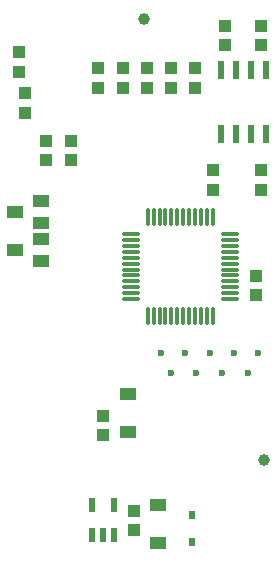
<source format=gbr>
G04*
G04 #@! TF.GenerationSoftware,Altium Limited,Altium Designer,24.5.2 (23)*
G04*
G04 Layer_Color=8421504*
%FSLAX25Y25*%
%MOIN*%
G70*
G04*
G04 #@! TF.SameCoordinates,31991F0E-98CA-4A4E-B794-B5AF52ABA4E1*
G04*
G04*
G04 #@! TF.FilePolarity,Positive*
G04*
G01*
G75*
%ADD17R,0.01968X0.02559*%
%ADD18R,0.03937X0.04331*%
%ADD19R,0.02362X0.06102*%
G04:AMPARAMS|DCode=20|XSize=56.69mil|YSize=11.02mil|CornerRadius=1.38mil|HoleSize=0mil|Usage=FLASHONLY|Rotation=0.000|XOffset=0mil|YOffset=0mil|HoleType=Round|Shape=RoundedRectangle|*
%AMROUNDEDRECTD20*
21,1,0.05669,0.00827,0,0,0.0*
21,1,0.05394,0.01102,0,0,0.0*
1,1,0.00276,0.02697,-0.00413*
1,1,0.00276,-0.02697,-0.00413*
1,1,0.00276,-0.02697,0.00413*
1,1,0.00276,0.02697,0.00413*
%
%ADD20ROUNDEDRECTD20*%
G04:AMPARAMS|DCode=21|XSize=11.02mil|YSize=56.69mil|CornerRadius=1.38mil|HoleSize=0mil|Usage=FLASHONLY|Rotation=0.000|XOffset=0mil|YOffset=0mil|HoleType=Round|Shape=RoundedRectangle|*
%AMROUNDEDRECTD21*
21,1,0.01102,0.05394,0,0,0.0*
21,1,0.00827,0.05669,0,0,0.0*
1,1,0.00276,0.00413,-0.02697*
1,1,0.00276,-0.00413,-0.02697*
1,1,0.00276,-0.00413,0.02697*
1,1,0.00276,0.00413,0.02697*
%
%ADD21ROUNDEDRECTD21*%
%ADD22C,0.02362*%
%ADD23R,0.05512X0.04331*%
%ADD24R,0.02362X0.04528*%
%ADD25C,0.03937*%
%ADD26R,0.05512X0.03937*%
D17*
X63200Y15831D02*
D03*
Y6769D02*
D03*
D18*
X74314Y178848D02*
D03*
Y172352D02*
D03*
X86286Y130748D02*
D03*
Y124252D02*
D03*
X70314Y130748D02*
D03*
Y124252D02*
D03*
X22721Y134009D02*
D03*
Y140505D02*
D03*
X14674Y134009D02*
D03*
Y140505D02*
D03*
X56174Y164679D02*
D03*
Y158183D02*
D03*
X5674Y163490D02*
D03*
Y169986D02*
D03*
X7674Y156286D02*
D03*
Y149790D02*
D03*
X31774Y164679D02*
D03*
Y158183D02*
D03*
X40074Y164679D02*
D03*
Y158183D02*
D03*
X48174Y164679D02*
D03*
Y158183D02*
D03*
X64174Y164679D02*
D03*
Y158183D02*
D03*
X84700Y89052D02*
D03*
Y95548D02*
D03*
X86286Y172352D02*
D03*
Y178848D02*
D03*
X33386Y48841D02*
D03*
Y42344D02*
D03*
X43800Y17255D02*
D03*
Y10759D02*
D03*
D19*
X72800Y142770D02*
D03*
X77800D02*
D03*
X82800D02*
D03*
X87800D02*
D03*
X72800Y164030D02*
D03*
X77800D02*
D03*
X82800D02*
D03*
X87800D02*
D03*
D20*
X75774Y109399D02*
D03*
Y107431D02*
D03*
Y105462D02*
D03*
Y103494D02*
D03*
Y101525D02*
D03*
Y99557D02*
D03*
Y97588D02*
D03*
Y95620D02*
D03*
Y93651D02*
D03*
Y91683D02*
D03*
Y89714D02*
D03*
Y87746D02*
D03*
X42821D02*
D03*
Y89714D02*
D03*
Y91683D02*
D03*
Y93651D02*
D03*
Y95620D02*
D03*
Y97588D02*
D03*
Y99557D02*
D03*
Y101525D02*
D03*
Y103494D02*
D03*
Y105462D02*
D03*
Y107431D02*
D03*
Y109399D02*
D03*
D21*
X48471Y115049D02*
D03*
X50439D02*
D03*
X52408D02*
D03*
X54376D02*
D03*
X56345D02*
D03*
X58313D02*
D03*
X60282D02*
D03*
X62250D02*
D03*
X64219D02*
D03*
X66187D02*
D03*
X68156D02*
D03*
X70124D02*
D03*
Y82096D02*
D03*
X68156D02*
D03*
X66187D02*
D03*
X64219D02*
D03*
X62250D02*
D03*
X60282D02*
D03*
X58313D02*
D03*
X56345D02*
D03*
X54376D02*
D03*
X52408D02*
D03*
X50439D02*
D03*
X48471D02*
D03*
D22*
X52900Y69800D02*
D03*
X56100Y63000D02*
D03*
X64667D02*
D03*
X73233D02*
D03*
X61000Y69800D02*
D03*
X69100D02*
D03*
X77200D02*
D03*
X85300D02*
D03*
X81800Y63000D02*
D03*
D23*
X41857Y43481D02*
D03*
Y56080D02*
D03*
X51800Y6396D02*
D03*
Y18994D02*
D03*
D24*
X29760Y19218D02*
D03*
X37240D02*
D03*
Y8982D02*
D03*
X33500D02*
D03*
X29760D02*
D03*
D25*
X87126Y34087D02*
D03*
X47226Y181000D02*
D03*
D26*
X12824Y100260D02*
D03*
Y107740D02*
D03*
X4162Y104000D02*
D03*
X12824Y113060D02*
D03*
Y120540D02*
D03*
X4162Y116800D02*
D03*
M02*

</source>
